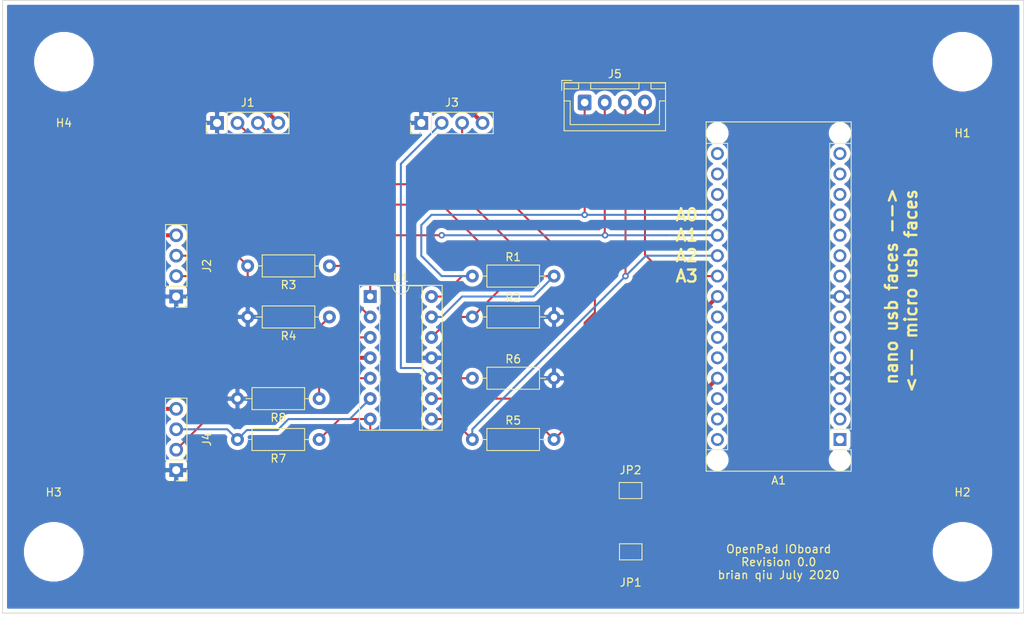
<source format=kicad_pcb>
(kicad_pcb (version 20171130) (host pcbnew 5.1.6-c6e7f7d~86~ubuntu18.04.1)
  (title_block (title board))
  (layers (0 F.Cu signal) (31 B.Cu signal) (34 B.Paste user) (35 F.Paste user) (36 B.SilkS user) (37 F.SilkS user) (38 B.Mask user) (39 F.Mask user) (44 Edge.Cuts user))
  (net 0 "")
  (net 1 GND)
  (net 2 "Net-(J1-Pad3)")
  (net 3 "Net-(J1-Pad2)")
  (net 4 "Net-(J2-Pad3)")
  (net 5 "Net-(J2-Pad2)")
  (net 6 "Net-(J3-Pad3)")
  (net 7 "Net-(J3-Pad2)")
  (net 8 "Net-(J4-Pad3)")
  (net 9 "Net-(J4-Pad2)")
  (net 10 /right_a)
  (net 11 /down_a)
  (net 12 /left_a)
  (net 13 /up_a)
  (net 14 vcc)
  (net 15 "Net-(A1-Pad23)")
  (net 16 "Net-(A1-Pad27)")
  (module Package_DIP:DIP-14_W7.62mm_Socket (layer F.Cu) (at 422.91 -420.37)
    (fp_text reference U1 (at 3.81 -2.33) (layer F.SilkS))
    (fp_text value LM324)
    (fp_line (start 2.81 -1.33) (end 1.16 -1.33) (layer F.SilkS) (width 0.12))
    (fp_line (start 1.16 -1.33) (end 1.16 16.57) (layer F.SilkS) (width 0.12))
    (fp_line (start 1.16 16.57) (end 6.46 16.57) (layer F.SilkS) (width 0.12))
    (fp_line (start 6.46 16.57) (end 6.46 -1.33) (layer F.SilkS) (width 0.12))
    (fp_line (start 6.46 -1.33) (end 4.81 -1.33) (layer F.SilkS) (width 0.12))
    (fp_line (start -1.33 -1.39) (end -1.33 16.63) (layer F.SilkS) (width 0.12))
    (fp_line (start -1.33 16.63) (end 8.95 16.63) (layer F.SilkS) (width 0.12))
    (fp_line (start 8.95 16.63) (end 8.95 -1.39) (layer F.SilkS) (width 0.12))
    (fp_line (start 8.95 -1.39) (end -1.33 -1.39) (layer F.SilkS) (width 0.12))
    (fp_arc (start 3.81 -1.33) (end 2.81 -1.33) (angle -180) (layer F.SilkS) (width 0.12))
    (pad 14 thru_hole oval (at 7.62 0) (size 1.6 1.6) (drill 0.8) (layers *.Cu *.Mask) (net 13 /up_a))
    (pad 7 thru_hole oval (at 0 15.24) (size 1.6 1.6) (drill 0.8) (layers *.Cu *.Mask) (net 10 /right_a))
    (pad 13 thru_hole oval (at 7.62 2.54) (size 1.6 1.6) (drill 0.8) (layers *.Cu *.Mask) (net 2 "Net-(J1-Pad3)"))
    (pad 6 thru_hole oval (at 0 12.7) (size 1.6 1.6) (drill 0.8) (layers *.Cu *.Mask) (net 8 "Net-(J4-Pad3)"))
    (pad 12 thru_hole oval (at 7.62 5.08) (size 1.6 1.6) (drill 0.8) (layers *.Cu *.Mask) (net 3 "Net-(J1-Pad2)"))
    (pad 5 thru_hole oval (at 0 10.16) (size 1.6 1.6) (drill 0.8) (layers *.Cu *.Mask) (net 9 "Net-(J4-Pad2)"))
    (pad 11 thru_hole oval (at 7.62 7.62) (size 1.6 1.6) (drill 0.8) (layers *.Cu *.Mask) (net 1 GND))
    (pad 4 thru_hole oval (at 0 7.62) (size 1.6 1.6) (drill 0.8) (layers *.Cu *.Mask) (net 14 vcc))
    (pad 10 thru_hole oval (at 7.62 10.16) (size 1.6 1.6) (drill 0.8) (layers *.Cu *.Mask) (net 7 "Net-(J3-Pad2)"))
    (pad 3 thru_hole oval (at 0 5.08) (size 1.6 1.6) (drill 0.8) (layers *.Cu *.Mask) (net 5 "Net-(J2-Pad2)"))
    (pad 9 thru_hole oval (at 7.62 12.7) (size 1.6 1.6) (drill 0.8) (layers *.Cu *.Mask) (net 6 "Net-(J3-Pad3)"))
    (pad 2 thru_hole oval (at 0 2.54) (size 1.6 1.6) (drill 0.8) (layers *.Cu *.Mask) (net 4 "Net-(J2-Pad3)"))
    (pad 8 thru_hole oval (at 7.62 15.24) (size 1.6 1.6) (drill 0.8) (layers *.Cu *.Mask) (net 11 /down_a))
    (pad 1 thru_hole rect (at 0 0) (size 1.6 1.6) (drill 0.8) (layers *.Cu *.Mask) (net 12 /left_a))
  )
  (module Resistor_THT:R_Axial_DIN0207_L6.3mm_D2.5mm_P10.16mm_Horizontal (layer F.Cu) (at 416.56 -407.67 180)
    (fp_text reference R8 (at 5.08 -2.37) (layer F.SilkS))
    (fp_text value 1M)
    (fp_line (start 1.81 -1.37) (end 1.81 1.37) (layer F.SilkS) (width 0.12))
    (fp_line (start 1.81 1.37) (end 8.35 1.37) (layer F.SilkS) (width 0.12))
    (fp_line (start 8.35 1.37) (end 8.35 -1.37) (layer F.SilkS) (width 0.12))
    (fp_line (start 8.35 -1.37) (end 1.81 -1.37) (layer F.SilkS) (width 0.12))
    (fp_line (start 1.04 0) (end 1.81 0) (layer F.SilkS) (width 0.12))
    (fp_line (start 9.12 0) (end 8.35 0) (layer F.SilkS) (width 0.12))
    (pad 2 thru_hole oval (at 10.16 0 180) (size 1.6 1.6) (drill 0.8) (layers *.Cu *.Mask) (net 1 GND))
    (pad 1 thru_hole circle (at 0 0 180) (size 1.6 1.6) (drill 0.8) (layers *.Cu *.Mask) (net 9 "Net-(J4-Pad2)"))
  )
  (module Resistor_THT:R_Axial_DIN0207_L6.3mm_D2.5mm_P10.16mm_Horizontal (layer F.Cu) (at 416.56 -402.59 180)
    (fp_text reference R7 (at 5.08 -2.37) (layer F.SilkS))
    (fp_text value 1M)
    (fp_line (start 1.81 -1.37) (end 1.81 1.37) (layer F.SilkS) (width 0.12))
    (fp_line (start 1.81 1.37) (end 8.35 1.37) (layer F.SilkS) (width 0.12))
    (fp_line (start 8.35 1.37) (end 8.35 -1.37) (layer F.SilkS) (width 0.12))
    (fp_line (start 8.35 -1.37) (end 1.81 -1.37) (layer F.SilkS) (width 0.12))
    (fp_line (start 1.04 0) (end 1.81 0) (layer F.SilkS) (width 0.12))
    (fp_line (start 9.12 0) (end 8.35 0) (layer F.SilkS) (width 0.12))
    (pad 2 thru_hole oval (at 10.16 0 180) (size 1.6 1.6) (drill 0.8) (layers *.Cu *.Mask) (net 8 "Net-(J4-Pad3)"))
    (pad 1 thru_hole circle (at 0 0 180) (size 1.6 1.6) (drill 0.8) (layers *.Cu *.Mask) (net 10 /right_a))
  )
  (module Resistor_THT:R_Axial_DIN0207_L6.3mm_D2.5mm_P10.16mm_Horizontal (layer F.Cu) (at 435.61 -410.21)
    (fp_text reference R6 (at 5.08 -2.37) (layer F.SilkS))
    (fp_text value 1M)
    (fp_line (start 1.81 -1.37) (end 1.81 1.37) (layer F.SilkS) (width 0.12))
    (fp_line (start 1.81 1.37) (end 8.35 1.37) (layer F.SilkS) (width 0.12))
    (fp_line (start 8.35 1.37) (end 8.35 -1.37) (layer F.SilkS) (width 0.12))
    (fp_line (start 8.35 -1.37) (end 1.81 -1.37) (layer F.SilkS) (width 0.12))
    (fp_line (start 1.04 0) (end 1.81 0) (layer F.SilkS) (width 0.12))
    (fp_line (start 9.12 0) (end 8.35 0) (layer F.SilkS) (width 0.12))
    (pad 2 thru_hole oval (at 10.16 0) (size 1.6 1.6) (drill 0.8) (layers *.Cu *.Mask) (net 1 GND))
    (pad 1 thru_hole circle (at 0 0) (size 1.6 1.6) (drill 0.8) (layers *.Cu *.Mask) (net 7 "Net-(J3-Pad2)"))
  )
  (module Resistor_THT:R_Axial_DIN0207_L6.3mm_D2.5mm_P10.16mm_Horizontal (layer F.Cu) (at 435.61 -402.59)
    (fp_text reference R5 (at 5.08 -2.37) (layer F.SilkS))
    (fp_text value 1M)
    (fp_line (start 1.81 -1.37) (end 1.81 1.37) (layer F.SilkS) (width 0.12))
    (fp_line (start 1.81 1.37) (end 8.35 1.37) (layer F.SilkS) (width 0.12))
    (fp_line (start 8.35 1.37) (end 8.35 -1.37) (layer F.SilkS) (width 0.12))
    (fp_line (start 8.35 -1.37) (end 1.81 -1.37) (layer F.SilkS) (width 0.12))
    (fp_line (start 1.04 0) (end 1.81 0) (layer F.SilkS) (width 0.12))
    (fp_line (start 9.12 0) (end 8.35 0) (layer F.SilkS) (width 0.12))
    (pad 2 thru_hole oval (at 10.16 0) (size 1.6 1.6) (drill 0.8) (layers *.Cu *.Mask) (net 6 "Net-(J3-Pad3)"))
    (pad 1 thru_hole circle (at 0 0) (size 1.6 1.6) (drill 0.8) (layers *.Cu *.Mask) (net 11 /down_a))
  )
  (module Resistor_THT:R_Axial_DIN0207_L6.3mm_D2.5mm_P10.16mm_Horizontal (layer F.Cu) (at 417.83 -417.83 180)
    (fp_text reference R4 (at 5.08 -2.37) (layer F.SilkS))
    (fp_text value 1M)
    (fp_line (start 1.81 -1.37) (end 1.81 1.37) (layer F.SilkS) (width 0.12))
    (fp_line (start 1.81 1.37) (end 8.35 1.37) (layer F.SilkS) (width 0.12))
    (fp_line (start 8.35 1.37) (end 8.35 -1.37) (layer F.SilkS) (width 0.12))
    (fp_line (start 8.35 -1.37) (end 1.81 -1.37) (layer F.SilkS) (width 0.12))
    (fp_line (start 1.04 0) (end 1.81 0) (layer F.SilkS) (width 0.12))
    (fp_line (start 9.12 0) (end 8.35 0) (layer F.SilkS) (width 0.12))
    (pad 2 thru_hole oval (at 10.16 0 180) (size 1.6 1.6) (drill 0.8) (layers *.Cu *.Mask) (net 1 GND))
    (pad 1 thru_hole circle (at 0 0 180) (size 1.6 1.6) (drill 0.8) (layers *.Cu *.Mask) (net 5 "Net-(J2-Pad2)"))
  )
  (module Resistor_THT:R_Axial_DIN0207_L6.3mm_D2.5mm_P10.16mm_Horizontal (layer F.Cu) (at 417.83 -424.18 180)
    (fp_text reference R3 (at 5.08 -2.37) (layer F.SilkS))
    (fp_text value 1M)
    (fp_line (start 1.81 -1.37) (end 1.81 1.37) (layer F.SilkS) (width 0.12))
    (fp_line (start 1.81 1.37) (end 8.35 1.37) (layer F.SilkS) (width 0.12))
    (fp_line (start 8.35 1.37) (end 8.35 -1.37) (layer F.SilkS) (width 0.12))
    (fp_line (start 8.35 -1.37) (end 1.81 -1.37) (layer F.SilkS) (width 0.12))
    (fp_line (start 1.04 0) (end 1.81 0) (layer F.SilkS) (width 0.12))
    (fp_line (start 9.12 0) (end 8.35 0) (layer F.SilkS) (width 0.12))
    (pad 2 thru_hole oval (at 10.16 0 180) (size 1.6 1.6) (drill 0.8) (layers *.Cu *.Mask) (net 4 "Net-(J2-Pad3)"))
    (pad 1 thru_hole circle (at 0 0 180) (size 1.6 1.6) (drill 0.8) (layers *.Cu *.Mask) (net 12 /left_a))
  )
  (module Resistor_THT:R_Axial_DIN0207_L6.3mm_D2.5mm_P10.16mm_Horizontal (layer F.Cu) (at 435.61 -417.83)
    (fp_text reference R2 (at 5.08 -2.37) (layer F.SilkS))
    (fp_text value 1M)
    (fp_line (start 1.81 -1.37) (end 1.81 1.37) (layer F.SilkS) (width 0.12))
    (fp_line (start 1.81 1.37) (end 8.35 1.37) (layer F.SilkS) (width 0.12))
    (fp_line (start 8.35 1.37) (end 8.35 -1.37) (layer F.SilkS) (width 0.12))
    (fp_line (start 8.35 -1.37) (end 1.81 -1.37) (layer F.SilkS) (width 0.12))
    (fp_line (start 1.04 0) (end 1.81 0) (layer F.SilkS) (width 0.12))
    (fp_line (start 9.12 0) (end 8.35 0) (layer F.SilkS) (width 0.12))
    (pad 2 thru_hole oval (at 10.16 0) (size 1.6 1.6) (drill 0.8) (layers *.Cu *.Mask) (net 1 GND))
    (pad 1 thru_hole circle (at 0 0) (size 1.6 1.6) (drill 0.8) (layers *.Cu *.Mask) (net 3 "Net-(J1-Pad2)"))
  )
  (module Resistor_THT:R_Axial_DIN0207_L6.3mm_D2.5mm_P10.16mm_Horizontal (layer F.Cu) (at 435.61 -422.91)
    (fp_text reference R1 (at 5.08 -2.37) (layer F.SilkS))
    (fp_text value 1M)
    (fp_line (start 1.81 -1.37) (end 1.81 1.37) (layer F.SilkS) (width 0.12))
    (fp_line (start 1.81 1.37) (end 8.35 1.37) (layer F.SilkS) (width 0.12))
    (fp_line (start 8.35 1.37) (end 8.35 -1.37) (layer F.SilkS) (width 0.12))
    (fp_line (start 8.35 -1.37) (end 1.81 -1.37) (layer F.SilkS) (width 0.12))
    (fp_line (start 1.04 0) (end 1.81 0) (layer F.SilkS) (width 0.12))
    (fp_line (start 9.12 0) (end 8.35 0) (layer F.SilkS) (width 0.12))
    (pad 2 thru_hole oval (at 10.16 0) (size 1.6 1.6) (drill 0.8) (layers *.Cu *.Mask) (net 2 "Net-(J1-Pad3)"))
    (pad 1 thru_hole circle (at 0 0) (size 1.6 1.6) (drill 0.8) (layers *.Cu *.Mask) (net 13 /up_a))
  )
  (module Connector_PinHeader_2.54mm:PinHeader_1x04_P2.54mm_Vertical (layer F.Cu) (at 403.86 -441.96 90)
    (fp_text reference J1 (at 2.54 3.81 180) (layer F.SilkS))
    (fp_text value Screw_Terminal_up)
    (fp_line (start -1.33 -1.33) (end 0 -1.33) (layer F.SilkS) (width 0.12))
    (fp_line (start -1.33 0) (end -1.33 -1.33) (layer F.SilkS) (width 0.12))
    (fp_line (start -1.33 1.27) (end 1.33 1.27) (layer F.SilkS) (width 0.12))
    (fp_line (start 1.33 1.27) (end 1.33 8.95) (layer F.SilkS) (width 0.12))
    (fp_line (start -1.33 1.27) (end -1.33 8.95) (layer F.SilkS) (width 0.12))
    (fp_line (start -1.33 8.95) (end 1.33 8.95) (layer F.SilkS) (width 0.12))
    (pad 1 thru_hole rect (at 0 0 90) (size 1.7 1.7) (drill 1) (layers *.Cu *.Mask) (net 1 GND))
    (pad 2 thru_hole oval (at 0 2.54 90) (size 1.7 1.7) (drill 1) (layers *.Cu *.Mask) (net 3 "Net-(J1-Pad2)"))
    (pad 3 thru_hole oval (at 0 5.08 90) (size 1.7 1.7) (drill 1) (layers *.Cu *.Mask) (net 2 "Net-(J1-Pad3)"))
    (pad 4 thru_hole oval (at 0 7.62 90) (size 1.7 1.7) (drill 1) (layers *.Cu *.Mask) (net 14 vcc))
  )
  (module Connector_PinHeader_2.54mm:PinHeader_1x04_P2.54mm_Vertical (layer F.Cu) (at 398.78 -420.37 180)
    (fp_text reference J2 (at -3.81 3.81 90) (layer F.SilkS))
    (fp_text value Screw_Terminal_left)
    (fp_line (start -1.33 8.95) (end 1.33 8.95) (layer F.SilkS) (width 0.12))
    (fp_line (start -1.33 1.27) (end -1.33 8.95) (layer F.SilkS) (width 0.12))
    (fp_line (start 1.33 1.27) (end 1.33 8.95) (layer F.SilkS) (width 0.12))
    (fp_line (start -1.33 1.27) (end 1.33 1.27) (layer F.SilkS) (width 0.12))
    (fp_line (start -1.33 0) (end -1.33 -1.33) (layer F.SilkS) (width 0.12))
    (fp_line (start -1.33 -1.33) (end 0 -1.33) (layer F.SilkS) (width 0.12))
    (pad 4 thru_hole oval (at 0 7.62 180) (size 1.7 1.7) (drill 1) (layers *.Cu *.Mask) (net 14 vcc))
    (pad 3 thru_hole oval (at 0 5.08 180) (size 1.7 1.7) (drill 1) (layers *.Cu *.Mask) (net 4 "Net-(J2-Pad3)"))
    (pad 2 thru_hole oval (at 0 2.54 180) (size 1.7 1.7) (drill 1) (layers *.Cu *.Mask) (net 5 "Net-(J2-Pad2)"))
    (pad 1 thru_hole rect (at 0 0 180) (size 1.7 1.7) (drill 1) (layers *.Cu *.Mask) (net 1 GND))
  )
  (module Connector_PinHeader_2.54mm:PinHeader_1x04_P2.54mm_Vertical (layer F.Cu) (at 429.26 -441.96 90)
    (fp_text reference J3 (at 2.54 3.81 180) (layer F.SilkS))
    (fp_text value Screw_Terminal_down)
    (fp_line (start -1.33 -1.33) (end 0 -1.33) (layer F.SilkS) (width 0.12))
    (fp_line (start -1.33 0) (end -1.33 -1.33) (layer F.SilkS) (width 0.12))
    (fp_line (start -1.33 1.27) (end 1.33 1.27) (layer F.SilkS) (width 0.12))
    (fp_line (start 1.33 1.27) (end 1.33 8.95) (layer F.SilkS) (width 0.12))
    (fp_line (start -1.33 1.27) (end -1.33 8.95) (layer F.SilkS) (width 0.12))
    (fp_line (start -1.33 8.95) (end 1.33 8.95) (layer F.SilkS) (width 0.12))
    (pad 1 thru_hole rect (at 0 0 90) (size 1.7 1.7) (drill 1) (layers *.Cu *.Mask) (net 1 GND))
    (pad 2 thru_hole oval (at 0 2.54 90) (size 1.7 1.7) (drill 1) (layers *.Cu *.Mask) (net 7 "Net-(J3-Pad2)"))
    (pad 3 thru_hole oval (at 0 5.08 90) (size 1.7 1.7) (drill 1) (layers *.Cu *.Mask) (net 6 "Net-(J3-Pad3)"))
    (pad 4 thru_hole oval (at 0 7.62 90) (size 1.7 1.7) (drill 1) (layers *.Cu *.Mask) (net 14 vcc))
  )
  (module Connector_PinHeader_2.54mm:PinHeader_1x04_P2.54mm_Vertical (layer F.Cu) (at 398.78 -398.78 180)
    (fp_text reference J4 (at -3.81 3.81 90) (layer F.SilkS))
    (fp_text value Screw_Terminal_right)
    (fp_line (start -1.33 8.95) (end 1.33 8.95) (layer F.SilkS) (width 0.12))
    (fp_line (start -1.33 1.27) (end -1.33 8.95) (layer F.SilkS) (width 0.12))
    (fp_line (start 1.33 1.27) (end 1.33 8.95) (layer F.SilkS) (width 0.12))
    (fp_line (start -1.33 1.27) (end 1.33 1.27) (layer F.SilkS) (width 0.12))
    (fp_line (start -1.33 0) (end -1.33 -1.33) (layer F.SilkS) (width 0.12))
    (fp_line (start -1.33 -1.33) (end 0 -1.33) (layer F.SilkS) (width 0.12))
    (pad 4 thru_hole oval (at 0 7.62 180) (size 1.7 1.7) (drill 1) (layers *.Cu *.Mask) (net 14 vcc))
    (pad 3 thru_hole oval (at 0 5.08 180) (size 1.7 1.7) (drill 1) (layers *.Cu *.Mask) (net 8 "Net-(J4-Pad3)"))
    (pad 2 thru_hole oval (at 0 2.54 180) (size 1.7 1.7) (drill 1) (layers *.Cu *.Mask) (net 9 "Net-(J4-Pad2)"))
    (pad 1 thru_hole rect (at 0 0 180) (size 1.7 1.7) (drill 1) (layers *.Cu *.Mask) (net 1 GND))
  )
  (module Connector_JST:JST_XH_B4B-XH-A_1x04_P2.50mm_Vertical (layer F.Cu) (at 449.58 -444.5)
    (fp_text reference J5 (at 3.75 -3.55) (layer F.SilkS))
    (fp_text value Conn_01x04_debug)
    (fp_line (start -2.56 -2.46) (end -2.56 3.51) (layer F.SilkS) (width 0.12))
    (fp_line (start -2.56 3.51) (end 10.06 3.51) (layer F.SilkS) (width 0.12))
    (fp_line (start 10.06 3.51) (end 10.06 -2.46) (layer F.SilkS) (width 0.12))
    (fp_line (start 10.06 -2.46) (end -2.56 -2.46) (layer F.SilkS) (width 0.12))
    (fp_line (start 0.75 -2.45) (end 0.75 -1.7) (layer F.SilkS) (width 0.12))
    (fp_line (start 0.75 -1.7) (end 6.75 -1.7) (layer F.SilkS) (width 0.12))
    (fp_line (start 6.75 -1.7) (end 6.75 -2.45) (layer F.SilkS) (width 0.12))
    (fp_line (start 6.75 -2.45) (end 0.75 -2.45) (layer F.SilkS) (width 0.12))
    (fp_line (start -2.55 -2.45) (end -2.55 -1.7) (layer F.SilkS) (width 0.12))
    (fp_line (start -2.55 -1.7) (end -0.75 -1.7) (layer F.SilkS) (width 0.12))
    (fp_line (start -0.75 -1.7) (end -0.75 -2.45) (layer F.SilkS) (width 0.12))
    (fp_line (start -0.75 -2.45) (end -2.55 -2.45) (layer F.SilkS) (width 0.12))
    (fp_line (start 8.25 -2.45) (end 8.25 -1.7) (layer F.SilkS) (width 0.12))
    (fp_line (start 8.25 -1.7) (end 10.05 -1.7) (layer F.SilkS) (width 0.12))
    (fp_line (start 10.05 -1.7) (end 10.05 -2.45) (layer F.SilkS) (width 0.12))
    (fp_line (start 10.05 -2.45) (end 8.25 -2.45) (layer F.SilkS) (width 0.12))
    (fp_line (start -2.55 -0.2) (end -1.8 -0.2) (layer F.SilkS) (width 0.12))
    (fp_line (start -1.8 -0.2) (end -1.8 2.75) (layer F.SilkS) (width 0.12))
    (fp_line (start -1.8 2.75) (end 3.75 2.75) (layer F.SilkS) (width 0.12))
    (fp_line (start 10.05 -0.2) (end 9.3 -0.2) (layer F.SilkS) (width 0.12))
    (fp_line (start 9.3 -0.2) (end 9.3 2.75) (layer F.SilkS) (width 0.12))
    (fp_line (start 9.3 2.75) (end 3.75 2.75) (layer F.SilkS) (width 0.12))
    (fp_line (start -1.6 -2.75) (end -2.85 -2.75) (layer F.SilkS) (width 0.12))
    (fp_line (start -2.85 -2.75) (end -2.85 -1.5) (layer F.SilkS) (width 0.12))
    (pad 1 thru_hole roundrect (at 0 0) (size 1.7 1.95) (drill 0.95) (layers *.Cu *.Mask) (roundrect_rratio 0.147059) (net 13 /up_a))
    (pad 2 thru_hole oval (at 2.5 0) (size 1.7 1.95) (drill 0.95) (layers *.Cu *.Mask) (net 12 /left_a))
    (pad 3 thru_hole oval (at 5 0) (size 1.7 1.95) (drill 0.95) (layers *.Cu *.Mask) (net 11 /down_a))
    (pad 4 thru_hole oval (at 7.5 0) (size 1.7 1.95) (drill 0.95) (layers *.Cu *.Mask) (net 10 /right_a))
  )
  (module Jumper:SolderJumper-2_P1.3mm_Bridged2Bar_Pad1.0x1.5mm (layer F.Cu) (at 455.31 -388.62)
    (fp_text reference JP1 (at 0 3.81) (layer F.SilkS))
    (fp_text value SolderJumper_2_Bridged)
    (fp_poly (pts (xy -0.25 -0.6) (xy 0.25 -0.6) (xy 0.25 -0.2) (xy -0.25 -0.2)) (layer F.Cu) (width 0))
    (fp_poly (pts (xy -0.25 0.2) (xy 0.25 0.2) (xy 0.25 0.6) (xy -0.25 0.6)) (layer F.Cu) (width 0))
    (fp_line (start -1.4 -1) (end 1.4 -1) (layer F.SilkS) (width 0.12))
    (fp_line (start 1.4 -1) (end 1.4 1) (layer F.SilkS) (width 0.12))
    (fp_line (start 1.4 1) (end -1.4 1) (layer F.SilkS) (width 0.12))
    (fp_line (start -1.4 1) (end -1.4 -1) (layer F.SilkS) (width 0.12))
    (pad 1 smd rect (at -0.65 0) (size 1 1.5) (layers F.Cu F.Mask) (net 14 vcc))
    (pad 2 smd rect (at 0.65 0) (size 1 1.5) (layers F.Cu F.Mask) (net 16 "Net-(A1-Pad27)"))
  )
  (module Jumper:SolderJumper-2_P1.3mm_Open_Pad1.0x1.5mm (layer F.Cu) (at 455.28 -396.24)
    (fp_text reference JP2 (at 0 -2.54) (layer F.SilkS))
    (fp_text value SolderJumper_2_Open)
    (fp_line (start -1.4 -1) (end 1.4 -1) (layer F.SilkS) (width 0.12))
    (fp_line (start 1.4 -1) (end 1.4 1) (layer F.SilkS) (width 0.12))
    (fp_line (start 1.4 1) (end -1.4 1) (layer F.SilkS) (width 0.12))
    (fp_line (start -1.4 1) (end -1.4 -1) (layer F.SilkS) (width 0.12))
    (pad 2 smd rect (at 0.65 0) (size 1 1.5) (layers F.Cu F.Mask) (net 15 "Net-(A1-Pad23)"))
    (pad 1 smd rect (at -0.65 0) (size 1 1.5) (layers F.Cu F.Mask) (net 14 vcc))
  )
  (module Module:Arduino_Nano_WithMountingHoles (layer F.Cu) (at 481.33 -402.59 180)
    (fp_text reference A1 (at 7.62 -5.08) (layer F.SilkS))
    (fp_text value Arduino_Nano_v3.x)
    (fp_line (start 16.64 -3.94) (end -1.4 -3.94) (layer F.SilkS) (width 0.12))
    (fp_line (start 16.64 39.5) (end 16.64 -3.94) (layer F.SilkS) (width 0.12))
    (fp_line (start -1.4 39.5) (end 16.64 39.5) (layer F.SilkS) (width 0.12))
    (fp_line (start 1.27 36.83) (end -1.4 36.83) (layer F.SilkS) (width 0.12))
    (fp_line (start 1.27 1.27) (end 1.27 36.83) (layer F.SilkS) (width 0.12))
    (fp_line (start 1.27 1.27) (end -1.4 1.27) (layer F.SilkS) (width 0.12))
    (fp_line (start 13.97 36.83) (end 16.64 36.83) (layer F.SilkS) (width 0.12))
    (fp_line (start 13.97 -1.27) (end 13.97 36.83) (layer F.SilkS) (width 0.12))
    (fp_line (start 13.97 -1.27) (end 16.64 -1.27) (layer F.SilkS) (width 0.12))
    (fp_line (start -1.4 -3.94) (end -1.4 -1.27) (layer F.SilkS) (width 0.12))
    (fp_line (start -1.4 1.27) (end -1.4 39.5) (layer F.SilkS) (width 0.12))
    (fp_line (start 1.27 -1.27) (end -1.4 -1.27) (layer F.SilkS) (width 0.12))
    (fp_line (start 1.27 1.27) (end 1.27 -1.27) (layer F.SilkS) (width 0.12))
    (pad 1 thru_hole rect (at 0 0 180) (size 1.6 1.6) (drill 1) (layers *.Cu *.Mask))
    (pad 17 thru_hole oval (at 15.24 33.02 180) (size 1.6 1.6) (drill 1) (layers *.Cu *.Mask))
    (pad 2 thru_hole oval (at 0 2.54 180) (size 1.6 1.6) (drill 1) (layers *.Cu *.Mask))
    (pad 18 thru_hole oval (at 15.24 30.48 180) (size 1.6 1.6) (drill 1) (layers *.Cu *.Mask))
    (pad 3 thru_hole oval (at 0 5.08 180) (size 1.6 1.6) (drill 1) (layers *.Cu *.Mask))
    (pad 19 thru_hole oval (at 15.24 27.94 180) (size 1.6 1.6) (drill 1) (layers *.Cu *.Mask) (net 13 /up_a))
    (pad 4 thru_hole oval (at 0 7.62 180) (size 1.6 1.6) (drill 1) (layers *.Cu *.Mask) (net 1 GND))
    (pad 20 thru_hole oval (at 15.24 25.4 180) (size 1.6 1.6) (drill 1) (layers *.Cu *.Mask) (net 12 /left_a))
    (pad 5 thru_hole oval (at 0 10.16 180) (size 1.6 1.6) (drill 1) (layers *.Cu *.Mask))
    (pad 21 thru_hole oval (at 15.24 22.86 180) (size 1.6 1.6) (drill 1) (layers *.Cu *.Mask) (net 11 /down_a))
    (pad 6 thru_hole oval (at 0 12.7 180) (size 1.6 1.6) (drill 1) (layers *.Cu *.Mask))
    (pad 22 thru_hole oval (at 15.24 20.32 180) (size 1.6 1.6) (drill 1) (layers *.Cu *.Mask) (net 10 /right_a))
    (pad 7 thru_hole oval (at 0 15.24 180) (size 1.6 1.6) (drill 1) (layers *.Cu *.Mask))
    (pad 23 thru_hole oval (at 15.24 17.78 180) (size 1.6 1.6) (drill 1) (layers *.Cu *.Mask) (net 15 "Net-(A1-Pad23)"))
    (pad 8 thru_hole oval (at 0 17.78 180) (size 1.6 1.6) (drill 1) (layers *.Cu *.Mask) (net 1 GND))
    (pad 24 thru_hole oval (at 15.24 15.24 180) (size 1.6 1.6) (drill 1) (layers *.Cu *.Mask))
    (pad 9 thru_hole oval (at 0 20.32 180) (size 1.6 1.6) (drill 1) (layers *.Cu *.Mask))
    (pad 25 thru_hole oval (at 15.24 12.7 180) (size 1.6 1.6) (drill 1) (layers *.Cu *.Mask))
    (pad 10 thru_hole oval (at 0 22.86 180) (size 1.6 1.6) (drill 1) (layers *.Cu *.Mask))
    (pad 26 thru_hole oval (at 15.24 10.16 180) (size 1.6 1.6) (drill 1) (layers *.Cu *.Mask))
    (pad 11 thru_hole oval (at 0 25.4 180) (size 1.6 1.6) (drill 1) (layers *.Cu *.Mask))
    (pad 27 thru_hole oval (at 15.24 7.62 180) (size 1.6 1.6) (drill 1) (layers *.Cu *.Mask) (net 16 "Net-(A1-Pad27)"))
    (pad 12 thru_hole oval (at 0 27.94 180) (size 1.6 1.6) (drill 1) (layers *.Cu *.Mask))
    (pad 28 thru_hole oval (at 15.24 5.08 180) (size 1.6 1.6) (drill 1) (layers *.Cu *.Mask))
    (pad 13 thru_hole oval (at 0 30.48 180) (size 1.6 1.6) (drill 1) (layers *.Cu *.Mask))
    (pad 29 thru_hole oval (at 15.24 2.54 180) (size 1.6 1.6) (drill 1) (layers *.Cu *.Mask))
    (pad 14 thru_hole oval (at 0 33.02 180) (size 1.6 1.6) (drill 1) (layers *.Cu *.Mask))
    (pad 30 thru_hole oval (at 15.24 0 180) (size 1.6 1.6) (drill 1) (layers *.Cu *.Mask))
    (pad 15 thru_hole oval (at 0 35.56 180) (size 1.6 1.6) (drill 1) (layers *.Cu *.Mask))
    (pad 16 thru_hole oval (at 15.24 35.56 180) (size 1.6 1.6) (drill 1) (layers *.Cu *.Mask))
    (pad "" np_thru_hole circle (at 0 -2.54 180) (size 1.78 1.78) (drill 1.78) (layers *.Cu *.Mask))
    (pad "" np_thru_hole circle (at 15.24 -2.54 180) (size 1.78 1.78) (drill 1.78) (layers *.Cu *.Mask))
    (pad "" np_thru_hole circle (at 15.24 38.1 180) (size 1.78 1.78) (drill 1.78) (layers *.Cu *.Mask))
    (pad "" np_thru_hole circle (at 0 38.1 180) (size 1.78 1.78) (drill 1.78) (layers *.Cu *.Mask))
  )
  (module MountingHole:MountingHole_6.4mm_M6 (layer F.Cu) (at 496.57 -449.58)
    (fp_text reference H1 (at 0 8.89) (layer F.SilkS))
    (fp_text value MountingHole)
    (pad 1 np_thru_hole circle (at 0 0) (size 6.4 6.4) (drill 6.4) (layers *.Cu *.Mask))
  )
  (module MountingHole:MountingHole_6.4mm_M6 (layer F.Cu) (at 496.57 -388.62)
    (fp_text reference H2 (at 0 -7.4) (layer F.SilkS))
    (fp_text value MountingHole)
    (pad 1 np_thru_hole circle (at 0 0) (size 6.4 6.4) (drill 6.4) (layers *.Cu *.Mask))
  )
  (module MountingHole:MountingHole_6.4mm_M6 (layer F.Cu) (at 383.54 -388.62)
    (fp_text reference H3 (at 0 -7.4) (layer F.SilkS))
    (fp_text value MountingHole)
    (pad 1 np_thru_hole circle (at 0 0) (size 6.4 6.4) (drill 6.4) (layers *.Cu *.Mask))
  )
  (module MountingHole:MountingHole_6.4mm_M6 (layer F.Cu) (at 384.81 -449.58)
    (fp_text reference H4 (at 0 7.62) (layer F.SilkS))
    (fp_text value MountingHole)
    (pad 1 np_thru_hole circle (at 0 0) (size 6.4 6.4) (drill 6.4) (layers *.Cu *.Mask))
  )
  (gr_text "nano usb faces -->\n<-- micro usb faces \n" (at 488.95 -421.64 90) (layer F.SilkS) (effects (font (size 1.5 1.5) (thickness 0.3))))
  (gr_text A3 (at 462.28 -422.91) (layer F.SilkS) (effects (font (size 1.5 1.5) (thickness 0.3))))
  (gr_text A2 (at 462.28 -425.45) (layer F.SilkS) (effects (font (size 1.5 1.5) (thickness 0.3))))
  (gr_text A1 (at 462.28 -427.99) (layer F.SilkS) (effects (font (size 1.5 1.5) (thickness 0.3))))
  (gr_text A0 (at 462.28 -430.53) (layer F.SilkS) (effects (font (size 1.5 1.5) (thickness 0.3))))
  (gr_text "OpenPad IOboard\nRevision 0.0\nbrian qiu July 2020" (at 473.71 -387.35) (layer F.SilkS) (effects (font (size 1 1))))
  (gr_line (start 504.19 -457.2) (end 504.19 -381) (layer Edge.Cuts) (width 0.1))
  (gr_line (start 377.19 -457.2) (end 504.19 -457.2) (layer Edge.Cuts) (width 0.1))
  (gr_line (start 377.19 -381) (end 377.19 -457.2) (layer Edge.Cuts) (width 0.1))
  (gr_line (start 504.19 -381) (end 377.19 -381) (layer Edge.Cuts) (width 0.1))
  (segment (start 444.5 -422.91) (end 445.77 -422.91) (width 0.25) (layer F.Cu) (net 2))
  (segment (start 408.94 -441.96) (end 416.56 -434.34) (width 0.25) (layer F.Cu) (net 2))
  (segment (start 433.07 -434.34) (end 444.5 -422.91) (width 0.25) (layer F.Cu) (net 2))
  (segment (start 416.56 -434.34) (end 433.07 -434.34) (width 0.25) (layer F.Cu) (net 2))
  (segment (start 430.53 -417.83) (end 431.8 -417.83) (width 0.25) (layer B.Cu) (net 2))
  (segment (start 431.8 -417.83) (end 434.34 -420.37) (width 0.25) (layer B.Cu) (net 2))
  (segment (start 443.23 -420.37) (end 445.77 -422.91) (width 0.25) (layer B.Cu) (net 2))
  (segment (start 434.34 -420.37) (end 443.23 -420.37) (width 0.25) (layer B.Cu) (net 2))
  (segment (start 439.42 -424.18) (end 439.42 -421.64) (width 0.25) (layer F.Cu) (net 3))
  (segment (start 431.8 -431.8) (end 439.42 -424.18) (width 0.25) (layer F.Cu) (net 3))
  (segment (start 439.42 -421.64) (end 435.61 -417.83) (width 0.25) (layer F.Cu) (net 3))
  (segment (start 406.4 -441.96) (end 416.56 -431.8) (width 0.25) (layer F.Cu) (net 3))
  (segment (start 416.56 -431.8) (end 431.8 -431.8) (width 0.25) (layer F.Cu) (net 3))
  (segment (start 433.07 -417.83) (end 430.53 -415.29) (width 0.25) (layer F.Cu) (net 3))
  (segment (start 435.61 -417.83) (end 433.07 -417.83) (width 0.25) (layer F.Cu) (net 3))
  (segment (start 406.4 -425.45) (end 407.67 -424.18) (width 0.25) (layer F.Cu) (net 4))
  (segment (start 398.78 -425.45) (end 406.4 -425.45) (width 0.25) (layer F.Cu) (net 4))
  (segment (start 407.67 -424.18) (end 407.67 -422.91) (width 0.25) (layer F.Cu) (net 4))
  (segment (start 407.67 -422.91) (end 410.21 -420.37) (width 0.25) (layer F.Cu) (net 4))
  (segment (start 420.37 -420.37) (end 422.91 -417.83) (width 0.25) (layer F.Cu) (net 4))
  (segment (start 410.21 -420.37) (end 420.37 -420.37) (width 0.25) (layer F.Cu) (net 4))
  (segment (start 398.78 -422.91) (end 401.32 -422.91) (width 0.25) (layer F.Cu) (net 5))
  (segment (start 401.32 -422.91) (end 402.59 -421.64) (width 0.25) (layer F.Cu) (net 5))
  (segment (start 402.59 -421.64) (end 402.59 -417.83) (width 0.25) (layer F.Cu) (net 5))
  (segment (start 402.59 -417.83) (end 405.13 -415.29) (width 0.25) (layer F.Cu) (net 5))
  (segment (start 405.13 -415.29) (end 415.29 -415.29) (width 0.25) (layer F.Cu) (net 5))
  (segment (start 415.29 -415.29) (end 417.83 -417.83) (width 0.25) (layer F.Cu) (net 5))
  (segment (start 415.29 -415.29) (end 422.91 -415.29) (width 0.25) (layer F.Cu) (net 5))
  (segment (start 447.04 -403.86) (end 445.77 -402.59) (width 0.25) (layer F.Cu) (net 6))
  (segment (start 449.58 -417.12288) (end 449.58 -403.86) (width 0.25) (layer F.Cu) (net 6))
  (segment (start 434.34 -438.15) (end 450.85 -421.64) (width 0.25) (layer F.Cu) (net 6))
  (segment (start 434.34 -441.96) (end 434.34 -438.15) (width 0.25) (layer F.Cu) (net 6))
  (segment (start 450.85 -421.64) (end 450.85 -418.39288) (width 0.25) (layer F.Cu) (net 6))
  (segment (start 450.85 -418.39288) (end 449.58 -417.12288) (width 0.25) (layer F.Cu) (net 6))
  (segment (start 449.58 -403.86) (end 447.04 -403.86) (width 0.25) (layer F.Cu) (net 6))
  (segment (start 440.69 -407.67) (end 430.53 -407.67) (width 0.25) (layer F.Cu) (net 6))
  (segment (start 445.77 -402.59) (end 440.69 -407.67) (width 0.25) (layer F.Cu) (net 6))
  (segment (start 431.8 -441.96) (end 426.72 -436.88) (width 0.25) (layer B.Cu) (net 7))
  (segment (start 426.72 -436.88) (end 426.72 -411.48) (width 0.25) (layer B.Cu) (net 7))
  (segment (start 430.53 -410.21) (end 435.61 -410.21) (width 0.25) (layer F.Cu) (net 7))
  (segment (start 429.26 -411.48) (end 430.53 -410.21) (width 0.25) (layer B.Cu) (net 7))
  (segment (start 426.72 -411.48) (end 429.26 -411.48) (width 0.25) (layer B.Cu) (net 7))
  (segment (start 405.13 -403.86) (end 406.4 -402.59) (width 0.25) (layer B.Cu) (net 8))
  (segment (start 398.78 -403.86) (end 405.13 -403.86) (width 0.25) (layer B.Cu) (net 8))
  (segment (start 407.575001 -403.765001) (end 411.385001 -403.765001) (width 0.25) (layer B.Cu) (net 8))
  (segment (start 406.4 -402.59) (end 407.575001 -403.765001) (width 0.25) (layer B.Cu) (net 8))
  (segment (start 411.385001 -403.765001) (end 412.75 -405.13) (width 0.25) (layer B.Cu) (net 8))
  (segment (start 420.37 -405.13) (end 422.91 -407.67) (width 0.25) (layer B.Cu) (net 8))
  (segment (start 412.75 -405.13) (end 420.37 -405.13) (width 0.25) (layer B.Cu) (net 8))
  (segment (start 403.86 -408.94) (end 405.13 -410.21) (width 0.25) (layer F.Cu) (net 9))
  (segment (start 398.78 -401.32) (end 403.86 -406.4) (width 0.25) (layer F.Cu) (net 9))
  (segment (start 403.86 -406.4) (end 403.86 -408.94) (width 0.25) (layer F.Cu) (net 9))
  (segment (start 416.56 -410.21) (end 416.56 -407.67) (width 0.25) (layer F.Cu) (net 9))
  (segment (start 416.56 -410.21) (end 422.91 -410.21) (width 0.25) (layer F.Cu) (net 9))
  (segment (start 405.13 -410.21) (end 416.56 -410.21) (width 0.25) (layer F.Cu) (net 9))
  (segment (start 452.12 -415.29) (end 459.74 -422.91) (width 0.25) (layer F.Cu) (net 10))
  (segment (start 452.12 -412.75) (end 452.12 -415.29) (width 0.25) (layer F.Cu) (net 10))
  (segment (start 422.91 -397.51) (end 424.18 -396.24) (width 0.25) (layer F.Cu) (net 10))
  (segment (start 422.91 -405.13) (end 422.91 -397.51) (width 0.25) (layer F.Cu) (net 10))
  (segment (start 451.35001 -401.82001) (end 451.35001 -411.98001) (width 0.25) (layer F.Cu) (net 10))
  (segment (start 451.35001 -411.98001) (end 452.12 -412.75) (width 0.25) (layer F.Cu) (net 10))
  (segment (start 424.18 -396.24) (end 445.77 -396.24) (width 0.25) (layer F.Cu) (net 10))
  (segment (start 445.77 -396.24) (end 451.35001 -401.82001) (width 0.25) (layer F.Cu) (net 10))
  (segment (start 466.09 -422.91) (end 459.74 -422.91) (width 0.25) (layer F.Cu) (net 10))
  (segment (start 419.1 -405.13) (end 416.56 -402.59) (width 0.25) (layer F.Cu) (net 10))
  (segment (start 422.91 -405.13) (end 419.1 -405.13) (width 0.25) (layer F.Cu) (net 10))
  (segment (start 457.08 -444.5) (end 457.08 -425.57) (width 0.25) (layer F.Cu) (net 10))
  (segment (start 457.08 -425.57) (end 459.74 -422.91) (width 0.25) (layer F.Cu) (net 10))
  (segment (start 457.2 -425.45) (end 459.74 -425.45) (width 0.25) (layer B.Cu) (net 11))
  (segment (start 466.09 -425.45) (end 459.74 -425.45) (width 0.25) (layer B.Cu) (net 11))
  (segment (start 433.07 -405.13) (end 435.61 -402.59) (width 0.25) (layer F.Cu) (net 11))
  (segment (start 430.53 -405.13) (end 433.07 -405.13) (width 0.25) (layer F.Cu) (net 11))
  (segment (start 435.61 -402.59) (end 435.61 -403.86) (width 0.25) (layer B.Cu) (net 11))
  (segment (start 435.61 -403.86) (end 457.2 -425.45) (width 0.25) (layer B.Cu) (net 11))
  (segment (start 454.58 -444.5) (end 454.66 -444.5) (width 0.25) (layer F.Cu) (net 11))
  (segment (start 454.66 -444.5) (end 454.66 -422.91) (width 0.25) (layer F.Cu) (net 11))
  (via (at 454.66 -422.91) (size 0.8) (drill 0.4) (layers F.Cu B.Cu) (net 11))
  (segment (start 422.91 -420.37) (end 422.91 -426.72) (width 0.25) (layer F.Cu) (net 12))
  (segment (start 422.91 -426.72) (end 424.18 -427.99) (width 0.25) (layer F.Cu) (net 12))
  (segment (start 424.18 -427.99) (end 431.8 -427.99) (width 0.25) (layer F.Cu) (net 12))
  (via (at 431.8 -427.99) (size 0.8) (drill 0.4) (layers F.Cu B.Cu) (net 12))
  (segment (start 431.8 -427.99) (end 452.12 -427.99) (width 0.25) (layer B.Cu) (net 12))
  (segment (start 459.74 -427.99) (end 466.09 -427.99) (width 0.25) (layer B.Cu) (net 12))
  (segment (start 420.37 -424.18) (end 422.91 -426.72) (width 0.25) (layer F.Cu) (net 12))
  (segment (start 417.83 -424.18) (end 420.37 -424.18) (width 0.25) (layer F.Cu) (net 12))
  (segment (start 452.08 -444.5) (end 452.08 -428.03) (width 0.25) (layer F.Cu) (net 12))
  (segment (start 452.12 -427.99) (end 459.74 -427.99) (width 0.25) (layer B.Cu) (net 12))
  (via (at 452.12 -427.99) (size 0.8) (drill 0.4) (layers F.Cu B.Cu) (net 12))
  (segment (start 431.8 -420.37) (end 434.34 -422.91) (width 0.25) (layer F.Cu) (net 13))
  (segment (start 430.53 -420.37) (end 431.8 -420.37) (width 0.25) (layer F.Cu) (net 13))
  (segment (start 431.8 -422.91) (end 434.34 -422.91) (width 0.25) (layer B.Cu) (net 13))
  (segment (start 429.26 -429.26) (end 429.26 -425.45) (width 0.25) (layer B.Cu) (net 13))
  (segment (start 434.34 -422.91) (end 435.61 -422.91) (width 0.25) (layer B.Cu) (net 13))
  (segment (start 466.09 -430.53) (end 430.53 -430.53) (width 0.25) (layer B.Cu) (net 13))
  (segment (start 429.26 -425.45) (end 431.8 -422.91) (width 0.25) (layer B.Cu) (net 13))
  (segment (start 430.53 -430.53) (end 429.26 -429.26) (width 0.25) (layer B.Cu) (net 13))
  (segment (start 435.61 -422.91) (end 434.34 -422.91) (width 0.25) (layer F.Cu) (net 13))
  (segment (start 449.58 -444.5) (end 449.58 -430.53) (width 0.25) (layer F.Cu) (net 13))
  (via (at 449.58 -430.53) (size 0.8) (drill 0.4) (layers F.Cu B.Cu) (net 13))
  (segment (start 394.97 -406.4) (end 398.78 -406.4) (width 0.5) (layer F.Cu) (net 14))
  (segment (start 392.43 -403.86) (end 394.97 -406.4) (width 0.5) (layer F.Cu) (net 14))
  (segment (start 394.97 -427.99) (end 392.43 -425.45) (width 0.5) (layer F.Cu) (net 14))
  (segment (start 398.78 -427.99) (end 394.97 -427.99) (width 0.5) (layer F.Cu) (net 14))
  (segment (start 398.78 -445.77) (end 407.67 -445.77) (width 0.5) (layer F.Cu) (net 14))
  (segment (start 407.67 -445.77) (end 411.48 -441.96) (width 0.5) (layer F.Cu) (net 14))
  (segment (start 392.43 -425.45) (end 392.43 -439.42) (width 0.5) (layer F.Cu) (net 14))
  (segment (start 392.43 -439.42) (end 398.78 -445.77) (width 0.5) (layer F.Cu) (net 14))
  (segment (start 433.07 -445.77) (end 436.88 -441.96) (width 0.5) (layer F.Cu) (net 14))
  (segment (start 407.67 -445.77) (end 433.07 -445.77) (width 0.5) (layer F.Cu) (net 14))
  (segment (start 393.7 -412.75) (end 392.43 -411.48) (width 0.5) (layer F.Cu) (net 14))
  (segment (start 422.91 -412.75) (end 393.7 -412.75) (width 0.5) (layer F.Cu) (net 14))
  (segment (start 392.43 -403.86) (end 392.43 -411.48) (width 0.5) (layer F.Cu) (net 14))
  (segment (start 392.43 -411.48) (end 392.43 -425.45) (width 0.5) (layer F.Cu) (net 14))
  (segment (start 394.97 -393.7) (end 449.58 -393.7) (width 0.5) (layer F.Cu) (net 14))
  (segment (start 392.43 -403.86) (end 392.43 -396.24) (width 0.5) (layer F.Cu) (net 14))
  (segment (start 392.43 -396.24) (end 394.97 -393.7) (width 0.5) (layer F.Cu) (net 14))
  (segment (start 449.58 -393.7) (end 449.58 -391.16) (width 0.5) (layer F.Cu) (net 14))
  (segment (start 452.12 -388.62) (end 454.66 -388.62) (width 0.5) (layer F.Cu) (net 14))
  (segment (start 449.58 -391.16) (end 452.12 -388.62) (width 0.5) (layer F.Cu) (net 14))
  (segment (start 449.58 -393.7) (end 449.58 -394.97) (width 0.5) (layer F.Cu) (net 14))
  (segment (start 450.85 -396.24) (end 454.63 -396.24) (width 0.5) (layer F.Cu) (net 14))
  (segment (start 449.58 -394.97) (end 450.85 -396.24) (width 0.5) (layer F.Cu) (net 14))
  (segment (start 455.93 -410.21) (end 466.09 -420.37) (width 0.5) (layer F.Cu) (net 15))
  (segment (start 455.93 -396.24) (end 455.93 -410.21) (width 0.5) (layer F.Cu) (net 15))
  (segment (start 462.28 -406.4) (end 466.09 -410.21) (width 0.5) (layer F.Cu) (net 16))
  (segment (start 455.96 -388.62) (end 462.28 -394.94) (width 0.5) (layer F.Cu) (net 16))
  (segment (start 462.28 -394.94) (end 462.28 -406.4) (width 0.5) (layer F.Cu) (net 16))
  (zone (net 1) (net_name GND) (layer B.Cu) (connect_pads (clearance 0.508)) (min_thickness 0.254) (fill yes (arc_segments 32) (thermal_gap 0.508) (thermal_bridge_width 0.508))
    (polygon (pts (xy 504.19 -381) (xy 377.19 -381) (xy 377.19 -457.2) (xy 504.19 -457.2)))
  )
  (zone (net 1) (net_name GND) (layer B.Cu) (connect_pads (clearance 0.508)) (min_thickness 0.254) (fill yes (arc_segments 32) (thermal_gap 0.508) (thermal_bridge_width 0.508))
    (polygon (pts (xy 504.19 -381) (xy 377.19 -381) (xy 377.19 -457.2) (xy 504.19 -457.2)))
  )
)
</source>
